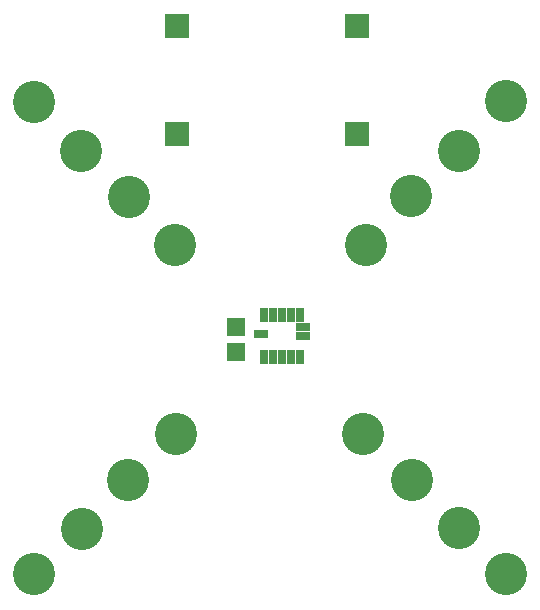
<source format=gbr>
G04 #@! TF.FileFunction,Soldermask,Bot*
%FSLAX46Y46*%
G04 Gerber Fmt 4.6, Leading zero omitted, Abs format (unit mm)*
G04 Created by KiCad (PCBNEW 4.0.6) date 05/08/17 07:17:05*
%MOMM*%
%LPD*%
G01*
G04 APERTURE LIST*
%ADD10C,0.100000*%
%ADD11R,1.600000X1.600000*%
%ADD12C,2.940000*%
%ADD13C,3.575000*%
%ADD14R,0.750000X1.205000*%
%ADD15R,1.205000X0.800000*%
%ADD16R,2.000000X2.000000*%
G04 APERTURE END LIST*
D10*
D11*
X176540100Y-104293900D03*
X176540100Y-106393900D03*
D12*
X191385100Y-93155900D03*
D13*
X191385100Y-93155900D03*
D12*
X167376100Y-117190900D03*
D13*
X167376100Y-117190900D03*
D12*
X171471100Y-113312900D03*
D13*
X171471100Y-113312900D03*
D12*
X187502100Y-97344900D03*
D13*
X187502100Y-97344900D03*
D12*
X199393100Y-85154900D03*
D13*
X199393100Y-85154900D03*
D12*
X159426100Y-125149900D03*
D13*
X159426100Y-125149900D03*
D12*
X195380100Y-89398900D03*
D13*
X195380100Y-89398900D03*
D12*
X163489100Y-121348900D03*
D13*
X163489100Y-121348900D03*
D14*
X178926300Y-103292000D03*
X179676300Y-103292000D03*
X180426300Y-103292000D03*
X181176300Y-103292000D03*
X181926300Y-103292000D03*
D15*
X182198800Y-104264500D03*
D14*
X181926300Y-106837000D03*
X181176300Y-106837000D03*
X180426300Y-106837000D03*
X179676300Y-106837000D03*
X178926300Y-106837000D03*
D15*
X178653800Y-104889500D03*
X182198800Y-105064500D03*
D12*
X187325100Y-113335900D03*
D13*
X187325100Y-113335900D03*
D12*
X171340500Y-97318500D03*
D13*
X171340500Y-97318500D03*
D12*
X167453500Y-93243700D03*
D13*
X167453500Y-93243700D03*
D12*
X191409300Y-117206700D03*
D13*
X191409300Y-117206700D03*
D12*
X199416300Y-125216700D03*
D13*
X199416300Y-125216700D03*
D12*
X159447500Y-85198300D03*
D13*
X159447500Y-85198300D03*
D12*
X163367300Y-89364100D03*
D13*
X163367300Y-89364100D03*
D12*
X195379300Y-121331900D03*
D13*
X195379300Y-121331900D03*
D16*
X186752100Y-87964900D03*
X186752100Y-78820900D03*
X171512100Y-78820900D03*
X171512100Y-87964900D03*
M02*

</source>
